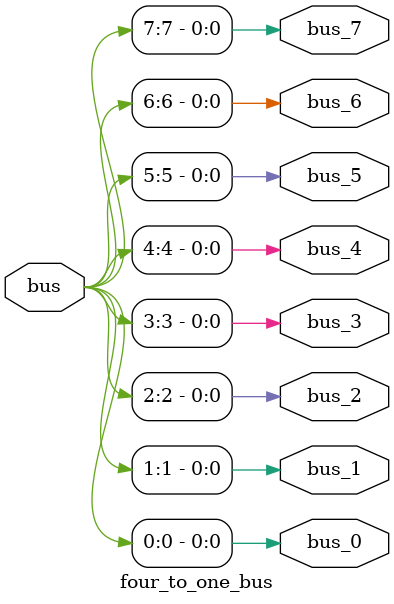
<source format=sv>
module four_to_one_bus (
		input wire  [7:0] bus,
		output wire bus_0,
		output wire bus_1,
		output wire bus_2,
		output wire bus_3,
		output wire bus_4,
		output wire bus_5,
		output wire bus_6,
		output wire bus_7
		);
		
		assign bus_0 = bus[0];
		assign bus_1 = bus[1];
		assign bus_2 = bus[2];
		assign bus_3 = bus[3];
		assign bus_4 = bus[4];
		assign bus_5 = bus[5];
		assign bus_6 = bus[6];
		assign bus_7 = bus[7];
		
endmodule
</source>
